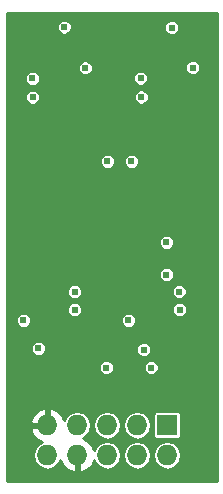
<source format=gbl>
G04 #@! TF.FileFunction,Copper,L4,Bot,Signal*
%FSLAX46Y46*%
G04 Gerber Fmt 4.6, Leading zero omitted, Abs format (unit mm)*
G04 Created by KiCad (PCBNEW 4.0.4-stable) date 10/28/16 22:46:39*
%MOMM*%
%LPD*%
G01*
G04 APERTURE LIST*
%ADD10C,0.100000*%
%ADD11R,1.727200X1.727200*%
%ADD12O,1.727200X1.727200*%
%ADD13C,0.620000*%
%ADD14C,0.200000*%
%ADD15C,0.254000*%
G04 APERTURE END LIST*
D10*
D11*
X45974000Y-58166000D03*
D12*
X45974000Y-60706000D03*
X43434000Y-58166000D03*
X43434000Y-60706000D03*
X40894000Y-58166000D03*
X40894000Y-60706000D03*
X38354000Y-58166000D03*
X38354000Y-60706000D03*
X35814000Y-58166000D03*
X35814000Y-60706000D03*
D13*
X38125400Y-46871609D03*
X42676391Y-49276000D03*
X48133000Y-27889200D03*
X40894000Y-35814000D03*
X46355000Y-24511000D03*
X34544000Y-28803600D03*
X34569400Y-30380564D03*
X43986403Y-51764283D03*
X38125400Y-48393207D03*
X35604378Y-49199870D03*
X35306000Y-25932990D03*
X42672000Y-56642000D03*
X32766000Y-55118000D03*
X46278800Y-35991800D03*
X38267200Y-35763200D03*
X40335200Y-38912800D03*
X38989000Y-31369000D03*
X48133000Y-31318200D03*
X46355000Y-27940000D03*
X42926000Y-26339800D03*
X44450000Y-25882600D03*
X37211000Y-27940000D03*
X33807400Y-26289000D03*
X42672000Y-46024800D03*
X44500800Y-49199800D03*
X46253400Y-51257200D03*
X47752000Y-50952400D03*
X33782000Y-45923200D03*
X37363400Y-51257200D03*
X38862000Y-50876200D03*
X43713400Y-28778200D03*
X42926000Y-35814000D03*
X43764200Y-30378400D03*
X37236400Y-24460200D03*
X39014400Y-27914600D03*
X46964600Y-46863000D03*
X47015400Y-48387000D03*
X35052000Y-51663600D03*
X33782000Y-49276000D03*
X45897800Y-45415200D03*
X45897800Y-42672000D03*
X40792400Y-53289200D03*
X44597601Y-53293999D03*
D14*
X42672000Y-46304200D02*
X42672000Y-45720000D01*
D15*
G36*
X50165000Y-62865000D02*
X32385000Y-62865000D01*
X32385000Y-58525027D01*
X34359032Y-58525027D01*
X34607179Y-59054490D01*
X35039053Y-59448688D01*
X35361240Y-59582134D01*
X35358377Y-59582704D01*
X34972119Y-59840794D01*
X34714029Y-60227052D01*
X34623400Y-60682675D01*
X34623400Y-60729325D01*
X34714029Y-61184948D01*
X34972119Y-61571206D01*
X35358377Y-61829296D01*
X35814000Y-61919925D01*
X36269623Y-61829296D01*
X36655881Y-61571206D01*
X36913971Y-61184948D01*
X36926266Y-61123136D01*
X37147179Y-61594490D01*
X37579053Y-61988688D01*
X37994974Y-62160958D01*
X38227000Y-62039817D01*
X38227000Y-60833000D01*
X38207000Y-60833000D01*
X38207000Y-60579000D01*
X38227000Y-60579000D01*
X38227000Y-60559000D01*
X38481000Y-60559000D01*
X38481000Y-60579000D01*
X38501000Y-60579000D01*
X38501000Y-60833000D01*
X38481000Y-60833000D01*
X38481000Y-62039817D01*
X38713026Y-62160958D01*
X39128947Y-61988688D01*
X39560821Y-61594490D01*
X39781734Y-61123136D01*
X39794029Y-61184948D01*
X40052119Y-61571206D01*
X40438377Y-61829296D01*
X40894000Y-61919925D01*
X41349623Y-61829296D01*
X41735881Y-61571206D01*
X41993971Y-61184948D01*
X42084600Y-60729325D01*
X42084600Y-60682675D01*
X42243400Y-60682675D01*
X42243400Y-60729325D01*
X42334029Y-61184948D01*
X42592119Y-61571206D01*
X42978377Y-61829296D01*
X43434000Y-61919925D01*
X43889623Y-61829296D01*
X44275881Y-61571206D01*
X44533971Y-61184948D01*
X44624600Y-60729325D01*
X44624600Y-60682675D01*
X44783400Y-60682675D01*
X44783400Y-60729325D01*
X44874029Y-61184948D01*
X45132119Y-61571206D01*
X45518377Y-61829296D01*
X45974000Y-61919925D01*
X46429623Y-61829296D01*
X46815881Y-61571206D01*
X47073971Y-61184948D01*
X47164600Y-60729325D01*
X47164600Y-60682675D01*
X47073971Y-60227052D01*
X46815881Y-59840794D01*
X46429623Y-59582704D01*
X45974000Y-59492075D01*
X45518377Y-59582704D01*
X45132119Y-59840794D01*
X44874029Y-60227052D01*
X44783400Y-60682675D01*
X44624600Y-60682675D01*
X44533971Y-60227052D01*
X44275881Y-59840794D01*
X43889623Y-59582704D01*
X43434000Y-59492075D01*
X42978377Y-59582704D01*
X42592119Y-59840794D01*
X42334029Y-60227052D01*
X42243400Y-60682675D01*
X42084600Y-60682675D01*
X41993971Y-60227052D01*
X41735881Y-59840794D01*
X41349623Y-59582704D01*
X40894000Y-59492075D01*
X40438377Y-59582704D01*
X40052119Y-59840794D01*
X39794029Y-60227052D01*
X39781734Y-60288864D01*
X39560821Y-59817510D01*
X39128947Y-59423312D01*
X38806760Y-59289866D01*
X38809623Y-59289296D01*
X39195881Y-59031206D01*
X39453971Y-58644948D01*
X39544600Y-58189325D01*
X39544600Y-58142675D01*
X39703400Y-58142675D01*
X39703400Y-58189325D01*
X39794029Y-58644948D01*
X40052119Y-59031206D01*
X40438377Y-59289296D01*
X40894000Y-59379925D01*
X41349623Y-59289296D01*
X41735881Y-59031206D01*
X41993971Y-58644948D01*
X42084600Y-58189325D01*
X42084600Y-58142675D01*
X42243400Y-58142675D01*
X42243400Y-58189325D01*
X42334029Y-58644948D01*
X42592119Y-59031206D01*
X42978377Y-59289296D01*
X43434000Y-59379925D01*
X43889623Y-59289296D01*
X44275881Y-59031206D01*
X44533971Y-58644948D01*
X44624600Y-58189325D01*
X44624600Y-58142675D01*
X44533971Y-57687052D01*
X44276955Y-57302400D01*
X44776994Y-57302400D01*
X44776994Y-59029600D01*
X44799795Y-59150779D01*
X44871412Y-59262074D01*
X44980686Y-59336738D01*
X45110400Y-59363006D01*
X46837600Y-59363006D01*
X46958779Y-59340205D01*
X47070074Y-59268588D01*
X47144738Y-59159314D01*
X47171006Y-59029600D01*
X47171006Y-57302400D01*
X47148205Y-57181221D01*
X47076588Y-57069926D01*
X46967314Y-56995262D01*
X46837600Y-56968994D01*
X45110400Y-56968994D01*
X44989221Y-56991795D01*
X44877926Y-57063412D01*
X44803262Y-57172686D01*
X44776994Y-57302400D01*
X44276955Y-57302400D01*
X44275881Y-57300794D01*
X43889623Y-57042704D01*
X43434000Y-56952075D01*
X42978377Y-57042704D01*
X42592119Y-57300794D01*
X42334029Y-57687052D01*
X42243400Y-58142675D01*
X42084600Y-58142675D01*
X41993971Y-57687052D01*
X41735881Y-57300794D01*
X41349623Y-57042704D01*
X40894000Y-56952075D01*
X40438377Y-57042704D01*
X40052119Y-57300794D01*
X39794029Y-57687052D01*
X39703400Y-58142675D01*
X39544600Y-58142675D01*
X39453971Y-57687052D01*
X39195881Y-57300794D01*
X38809623Y-57042704D01*
X38354000Y-56952075D01*
X37898377Y-57042704D01*
X37512119Y-57300794D01*
X37254029Y-57687052D01*
X37241734Y-57748864D01*
X37020821Y-57277510D01*
X36588947Y-56883312D01*
X36173026Y-56711042D01*
X35941000Y-56832183D01*
X35941000Y-58039000D01*
X35961000Y-58039000D01*
X35961000Y-58293000D01*
X35941000Y-58293000D01*
X35941000Y-58313000D01*
X35687000Y-58313000D01*
X35687000Y-58293000D01*
X34479531Y-58293000D01*
X34359032Y-58525027D01*
X32385000Y-58525027D01*
X32385000Y-57806973D01*
X34359032Y-57806973D01*
X34479531Y-58039000D01*
X35687000Y-58039000D01*
X35687000Y-56832183D01*
X35454974Y-56711042D01*
X35039053Y-56883312D01*
X34607179Y-57277510D01*
X34359032Y-57806973D01*
X32385000Y-57806973D01*
X32385000Y-53415351D01*
X40155289Y-53415351D01*
X40252062Y-53649560D01*
X40431097Y-53828908D01*
X40665137Y-53926090D01*
X40918551Y-53926311D01*
X41152760Y-53829538D01*
X41332108Y-53650503D01*
X41427759Y-53420150D01*
X43960490Y-53420150D01*
X44057263Y-53654359D01*
X44236298Y-53833707D01*
X44470338Y-53930889D01*
X44723752Y-53931110D01*
X44957961Y-53834337D01*
X45137309Y-53655302D01*
X45234491Y-53421262D01*
X45234712Y-53167848D01*
X45137939Y-52933639D01*
X44958904Y-52754291D01*
X44724864Y-52657109D01*
X44471450Y-52656888D01*
X44237241Y-52753661D01*
X44057893Y-52932696D01*
X43960711Y-53166736D01*
X43960490Y-53420150D01*
X41427759Y-53420150D01*
X41429290Y-53416463D01*
X41429511Y-53163049D01*
X41332738Y-52928840D01*
X41153703Y-52749492D01*
X40919663Y-52652310D01*
X40666249Y-52652089D01*
X40432040Y-52748862D01*
X40252692Y-52927897D01*
X40155510Y-53161937D01*
X40155289Y-53415351D01*
X32385000Y-53415351D01*
X32385000Y-51789751D01*
X34414889Y-51789751D01*
X34511662Y-52023960D01*
X34690697Y-52203308D01*
X34924737Y-52300490D01*
X35178151Y-52300711D01*
X35412360Y-52203938D01*
X35591708Y-52024903D01*
X35647544Y-51890434D01*
X43349292Y-51890434D01*
X43446065Y-52124643D01*
X43625100Y-52303991D01*
X43859140Y-52401173D01*
X44112554Y-52401394D01*
X44346763Y-52304621D01*
X44526111Y-52125586D01*
X44623293Y-51891546D01*
X44623514Y-51638132D01*
X44526741Y-51403923D01*
X44347706Y-51224575D01*
X44113666Y-51127393D01*
X43860252Y-51127172D01*
X43626043Y-51223945D01*
X43446695Y-51402980D01*
X43349513Y-51637020D01*
X43349292Y-51890434D01*
X35647544Y-51890434D01*
X35688890Y-51790863D01*
X35689111Y-51537449D01*
X35592338Y-51303240D01*
X35413303Y-51123892D01*
X35179263Y-51026710D01*
X34925849Y-51026489D01*
X34691640Y-51123262D01*
X34512292Y-51302297D01*
X34415110Y-51536337D01*
X34414889Y-51789751D01*
X32385000Y-51789751D01*
X32385000Y-49402151D01*
X33144889Y-49402151D01*
X33241662Y-49636360D01*
X33420697Y-49815708D01*
X33654737Y-49912890D01*
X33908151Y-49913111D01*
X34142360Y-49816338D01*
X34321708Y-49637303D01*
X34418890Y-49403263D01*
X34418890Y-49402151D01*
X42039280Y-49402151D01*
X42136053Y-49636360D01*
X42315088Y-49815708D01*
X42549128Y-49912890D01*
X42802542Y-49913111D01*
X43036751Y-49816338D01*
X43216099Y-49637303D01*
X43313281Y-49403263D01*
X43313502Y-49149849D01*
X43216729Y-48915640D01*
X43037694Y-48736292D01*
X42803654Y-48639110D01*
X42550240Y-48638889D01*
X42316031Y-48735662D01*
X42136683Y-48914697D01*
X42039501Y-49148737D01*
X42039280Y-49402151D01*
X34418890Y-49402151D01*
X34419111Y-49149849D01*
X34322338Y-48915640D01*
X34143303Y-48736292D01*
X33909263Y-48639110D01*
X33655849Y-48638889D01*
X33421640Y-48735662D01*
X33242292Y-48914697D01*
X33145110Y-49148737D01*
X33144889Y-49402151D01*
X32385000Y-49402151D01*
X32385000Y-48519358D01*
X37488289Y-48519358D01*
X37585062Y-48753567D01*
X37764097Y-48932915D01*
X37998137Y-49030097D01*
X38251551Y-49030318D01*
X38485760Y-48933545D01*
X38665108Y-48754510D01*
X38762290Y-48520470D01*
X38762296Y-48513151D01*
X46378289Y-48513151D01*
X46475062Y-48747360D01*
X46654097Y-48926708D01*
X46888137Y-49023890D01*
X47141551Y-49024111D01*
X47375760Y-48927338D01*
X47555108Y-48748303D01*
X47652290Y-48514263D01*
X47652511Y-48260849D01*
X47555738Y-48026640D01*
X47376703Y-47847292D01*
X47142663Y-47750110D01*
X46889249Y-47749889D01*
X46655040Y-47846662D01*
X46475692Y-48025697D01*
X46378510Y-48259737D01*
X46378289Y-48513151D01*
X38762296Y-48513151D01*
X38762511Y-48267056D01*
X38665738Y-48032847D01*
X38486703Y-47853499D01*
X38252663Y-47756317D01*
X37999249Y-47756096D01*
X37765040Y-47852869D01*
X37585692Y-48031904D01*
X37488510Y-48265944D01*
X37488289Y-48519358D01*
X32385000Y-48519358D01*
X32385000Y-46997760D01*
X37488289Y-46997760D01*
X37585062Y-47231969D01*
X37764097Y-47411317D01*
X37998137Y-47508499D01*
X38251551Y-47508720D01*
X38485760Y-47411947D01*
X38665108Y-47232912D01*
X38762290Y-46998872D01*
X38762298Y-46989151D01*
X46327489Y-46989151D01*
X46424262Y-47223360D01*
X46603297Y-47402708D01*
X46837337Y-47499890D01*
X47090751Y-47500111D01*
X47324960Y-47403338D01*
X47504308Y-47224303D01*
X47601490Y-46990263D01*
X47601711Y-46736849D01*
X47504938Y-46502640D01*
X47325903Y-46323292D01*
X47091863Y-46226110D01*
X46838449Y-46225889D01*
X46604240Y-46322662D01*
X46424892Y-46501697D01*
X46327710Y-46735737D01*
X46327489Y-46989151D01*
X38762298Y-46989151D01*
X38762511Y-46745458D01*
X38665738Y-46511249D01*
X38486703Y-46331901D01*
X38252663Y-46234719D01*
X37999249Y-46234498D01*
X37765040Y-46331271D01*
X37585692Y-46510306D01*
X37488510Y-46744346D01*
X37488289Y-46997760D01*
X32385000Y-46997760D01*
X32385000Y-45541351D01*
X45260689Y-45541351D01*
X45357462Y-45775560D01*
X45536497Y-45954908D01*
X45770537Y-46052090D01*
X46023951Y-46052311D01*
X46258160Y-45955538D01*
X46437508Y-45776503D01*
X46534690Y-45542463D01*
X46534911Y-45289049D01*
X46438138Y-45054840D01*
X46259103Y-44875492D01*
X46025063Y-44778310D01*
X45771649Y-44778089D01*
X45537440Y-44874862D01*
X45358092Y-45053897D01*
X45260910Y-45287937D01*
X45260689Y-45541351D01*
X32385000Y-45541351D01*
X32385000Y-42798151D01*
X45260689Y-42798151D01*
X45357462Y-43032360D01*
X45536497Y-43211708D01*
X45770537Y-43308890D01*
X46023951Y-43309111D01*
X46258160Y-43212338D01*
X46437508Y-43033303D01*
X46534690Y-42799263D01*
X46534911Y-42545849D01*
X46438138Y-42311640D01*
X46259103Y-42132292D01*
X46025063Y-42035110D01*
X45771649Y-42034889D01*
X45537440Y-42131662D01*
X45358092Y-42310697D01*
X45260910Y-42544737D01*
X45260689Y-42798151D01*
X32385000Y-42798151D01*
X32385000Y-35940151D01*
X40256889Y-35940151D01*
X40353662Y-36174360D01*
X40532697Y-36353708D01*
X40766737Y-36450890D01*
X41020151Y-36451111D01*
X41254360Y-36354338D01*
X41433708Y-36175303D01*
X41530890Y-35941263D01*
X41530890Y-35940151D01*
X42288889Y-35940151D01*
X42385662Y-36174360D01*
X42564697Y-36353708D01*
X42798737Y-36450890D01*
X43052151Y-36451111D01*
X43286360Y-36354338D01*
X43465708Y-36175303D01*
X43562890Y-35941263D01*
X43563111Y-35687849D01*
X43466338Y-35453640D01*
X43287303Y-35274292D01*
X43053263Y-35177110D01*
X42799849Y-35176889D01*
X42565640Y-35273662D01*
X42386292Y-35452697D01*
X42289110Y-35686737D01*
X42288889Y-35940151D01*
X41530890Y-35940151D01*
X41531111Y-35687849D01*
X41434338Y-35453640D01*
X41255303Y-35274292D01*
X41021263Y-35177110D01*
X40767849Y-35176889D01*
X40533640Y-35273662D01*
X40354292Y-35452697D01*
X40257110Y-35686737D01*
X40256889Y-35940151D01*
X32385000Y-35940151D01*
X32385000Y-30506715D01*
X33932289Y-30506715D01*
X34029062Y-30740924D01*
X34208097Y-30920272D01*
X34442137Y-31017454D01*
X34695551Y-31017675D01*
X34929760Y-30920902D01*
X35109108Y-30741867D01*
X35206290Y-30507827D01*
X35206292Y-30504551D01*
X43127089Y-30504551D01*
X43223862Y-30738760D01*
X43402897Y-30918108D01*
X43636937Y-31015290D01*
X43890351Y-31015511D01*
X44124560Y-30918738D01*
X44303908Y-30739703D01*
X44401090Y-30505663D01*
X44401311Y-30252249D01*
X44304538Y-30018040D01*
X44125503Y-29838692D01*
X43891463Y-29741510D01*
X43638049Y-29741289D01*
X43403840Y-29838062D01*
X43224492Y-30017097D01*
X43127310Y-30251137D01*
X43127089Y-30504551D01*
X35206292Y-30504551D01*
X35206511Y-30254413D01*
X35109738Y-30020204D01*
X34930703Y-29840856D01*
X34696663Y-29743674D01*
X34443249Y-29743453D01*
X34209040Y-29840226D01*
X34029692Y-30019261D01*
X33932510Y-30253301D01*
X33932289Y-30506715D01*
X32385000Y-30506715D01*
X32385000Y-28929751D01*
X33906889Y-28929751D01*
X34003662Y-29163960D01*
X34182697Y-29343308D01*
X34416737Y-29440490D01*
X34670151Y-29440711D01*
X34904360Y-29343938D01*
X35083708Y-29164903D01*
X35180890Y-28930863D01*
X35180913Y-28904351D01*
X43076289Y-28904351D01*
X43173062Y-29138560D01*
X43352097Y-29317908D01*
X43586137Y-29415090D01*
X43839551Y-29415311D01*
X44073760Y-29318538D01*
X44253108Y-29139503D01*
X44350290Y-28905463D01*
X44350511Y-28652049D01*
X44253738Y-28417840D01*
X44074703Y-28238492D01*
X43840663Y-28141310D01*
X43587249Y-28141089D01*
X43353040Y-28237862D01*
X43173692Y-28416897D01*
X43076510Y-28650937D01*
X43076289Y-28904351D01*
X35180913Y-28904351D01*
X35181111Y-28677449D01*
X35084338Y-28443240D01*
X34905303Y-28263892D01*
X34671263Y-28166710D01*
X34417849Y-28166489D01*
X34183640Y-28263262D01*
X34004292Y-28442297D01*
X33907110Y-28676337D01*
X33906889Y-28929751D01*
X32385000Y-28929751D01*
X32385000Y-28040751D01*
X38377289Y-28040751D01*
X38474062Y-28274960D01*
X38653097Y-28454308D01*
X38887137Y-28551490D01*
X39140551Y-28551711D01*
X39374760Y-28454938D01*
X39554108Y-28275903D01*
X39651290Y-28041863D01*
X39651313Y-28015351D01*
X47495889Y-28015351D01*
X47592662Y-28249560D01*
X47771697Y-28428908D01*
X48005737Y-28526090D01*
X48259151Y-28526311D01*
X48493360Y-28429538D01*
X48672708Y-28250503D01*
X48769890Y-28016463D01*
X48770111Y-27763049D01*
X48673338Y-27528840D01*
X48494303Y-27349492D01*
X48260263Y-27252310D01*
X48006849Y-27252089D01*
X47772640Y-27348862D01*
X47593292Y-27527897D01*
X47496110Y-27761937D01*
X47495889Y-28015351D01*
X39651313Y-28015351D01*
X39651511Y-27788449D01*
X39554738Y-27554240D01*
X39375703Y-27374892D01*
X39141663Y-27277710D01*
X38888249Y-27277489D01*
X38654040Y-27374262D01*
X38474692Y-27553297D01*
X38377510Y-27787337D01*
X38377289Y-28040751D01*
X32385000Y-28040751D01*
X32385000Y-24586351D01*
X36599289Y-24586351D01*
X36696062Y-24820560D01*
X36875097Y-24999908D01*
X37109137Y-25097090D01*
X37362551Y-25097311D01*
X37596760Y-25000538D01*
X37776108Y-24821503D01*
X37852657Y-24637151D01*
X45717889Y-24637151D01*
X45814662Y-24871360D01*
X45993697Y-25050708D01*
X46227737Y-25147890D01*
X46481151Y-25148111D01*
X46715360Y-25051338D01*
X46894708Y-24872303D01*
X46991890Y-24638263D01*
X46992111Y-24384849D01*
X46895338Y-24150640D01*
X46716303Y-23971292D01*
X46482263Y-23874110D01*
X46228849Y-23873889D01*
X45994640Y-23970662D01*
X45815292Y-24149697D01*
X45718110Y-24383737D01*
X45717889Y-24637151D01*
X37852657Y-24637151D01*
X37873290Y-24587463D01*
X37873511Y-24334049D01*
X37776738Y-24099840D01*
X37597703Y-23920492D01*
X37363663Y-23823310D01*
X37110249Y-23823089D01*
X36876040Y-23919862D01*
X36696692Y-24098897D01*
X36599510Y-24332937D01*
X36599289Y-24586351D01*
X32385000Y-24586351D01*
X32385000Y-23241000D01*
X50165000Y-23241000D01*
X50165000Y-62865000D01*
X50165000Y-62865000D01*
G37*
X50165000Y-62865000D02*
X32385000Y-62865000D01*
X32385000Y-58525027D01*
X34359032Y-58525027D01*
X34607179Y-59054490D01*
X35039053Y-59448688D01*
X35361240Y-59582134D01*
X35358377Y-59582704D01*
X34972119Y-59840794D01*
X34714029Y-60227052D01*
X34623400Y-60682675D01*
X34623400Y-60729325D01*
X34714029Y-61184948D01*
X34972119Y-61571206D01*
X35358377Y-61829296D01*
X35814000Y-61919925D01*
X36269623Y-61829296D01*
X36655881Y-61571206D01*
X36913971Y-61184948D01*
X36926266Y-61123136D01*
X37147179Y-61594490D01*
X37579053Y-61988688D01*
X37994974Y-62160958D01*
X38227000Y-62039817D01*
X38227000Y-60833000D01*
X38207000Y-60833000D01*
X38207000Y-60579000D01*
X38227000Y-60579000D01*
X38227000Y-60559000D01*
X38481000Y-60559000D01*
X38481000Y-60579000D01*
X38501000Y-60579000D01*
X38501000Y-60833000D01*
X38481000Y-60833000D01*
X38481000Y-62039817D01*
X38713026Y-62160958D01*
X39128947Y-61988688D01*
X39560821Y-61594490D01*
X39781734Y-61123136D01*
X39794029Y-61184948D01*
X40052119Y-61571206D01*
X40438377Y-61829296D01*
X40894000Y-61919925D01*
X41349623Y-61829296D01*
X41735881Y-61571206D01*
X41993971Y-61184948D01*
X42084600Y-60729325D01*
X42084600Y-60682675D01*
X42243400Y-60682675D01*
X42243400Y-60729325D01*
X42334029Y-61184948D01*
X42592119Y-61571206D01*
X42978377Y-61829296D01*
X43434000Y-61919925D01*
X43889623Y-61829296D01*
X44275881Y-61571206D01*
X44533971Y-61184948D01*
X44624600Y-60729325D01*
X44624600Y-60682675D01*
X44783400Y-60682675D01*
X44783400Y-60729325D01*
X44874029Y-61184948D01*
X45132119Y-61571206D01*
X45518377Y-61829296D01*
X45974000Y-61919925D01*
X46429623Y-61829296D01*
X46815881Y-61571206D01*
X47073971Y-61184948D01*
X47164600Y-60729325D01*
X47164600Y-60682675D01*
X47073971Y-60227052D01*
X46815881Y-59840794D01*
X46429623Y-59582704D01*
X45974000Y-59492075D01*
X45518377Y-59582704D01*
X45132119Y-59840794D01*
X44874029Y-60227052D01*
X44783400Y-60682675D01*
X44624600Y-60682675D01*
X44533971Y-60227052D01*
X44275881Y-59840794D01*
X43889623Y-59582704D01*
X43434000Y-59492075D01*
X42978377Y-59582704D01*
X42592119Y-59840794D01*
X42334029Y-60227052D01*
X42243400Y-60682675D01*
X42084600Y-60682675D01*
X41993971Y-60227052D01*
X41735881Y-59840794D01*
X41349623Y-59582704D01*
X40894000Y-59492075D01*
X40438377Y-59582704D01*
X40052119Y-59840794D01*
X39794029Y-60227052D01*
X39781734Y-60288864D01*
X39560821Y-59817510D01*
X39128947Y-59423312D01*
X38806760Y-59289866D01*
X38809623Y-59289296D01*
X39195881Y-59031206D01*
X39453971Y-58644948D01*
X39544600Y-58189325D01*
X39544600Y-58142675D01*
X39703400Y-58142675D01*
X39703400Y-58189325D01*
X39794029Y-58644948D01*
X40052119Y-59031206D01*
X40438377Y-59289296D01*
X40894000Y-59379925D01*
X41349623Y-59289296D01*
X41735881Y-59031206D01*
X41993971Y-58644948D01*
X42084600Y-58189325D01*
X42084600Y-58142675D01*
X42243400Y-58142675D01*
X42243400Y-58189325D01*
X42334029Y-58644948D01*
X42592119Y-59031206D01*
X42978377Y-59289296D01*
X43434000Y-59379925D01*
X43889623Y-59289296D01*
X44275881Y-59031206D01*
X44533971Y-58644948D01*
X44624600Y-58189325D01*
X44624600Y-58142675D01*
X44533971Y-57687052D01*
X44276955Y-57302400D01*
X44776994Y-57302400D01*
X44776994Y-59029600D01*
X44799795Y-59150779D01*
X44871412Y-59262074D01*
X44980686Y-59336738D01*
X45110400Y-59363006D01*
X46837600Y-59363006D01*
X46958779Y-59340205D01*
X47070074Y-59268588D01*
X47144738Y-59159314D01*
X47171006Y-59029600D01*
X47171006Y-57302400D01*
X47148205Y-57181221D01*
X47076588Y-57069926D01*
X46967314Y-56995262D01*
X46837600Y-56968994D01*
X45110400Y-56968994D01*
X44989221Y-56991795D01*
X44877926Y-57063412D01*
X44803262Y-57172686D01*
X44776994Y-57302400D01*
X44276955Y-57302400D01*
X44275881Y-57300794D01*
X43889623Y-57042704D01*
X43434000Y-56952075D01*
X42978377Y-57042704D01*
X42592119Y-57300794D01*
X42334029Y-57687052D01*
X42243400Y-58142675D01*
X42084600Y-58142675D01*
X41993971Y-57687052D01*
X41735881Y-57300794D01*
X41349623Y-57042704D01*
X40894000Y-56952075D01*
X40438377Y-57042704D01*
X40052119Y-57300794D01*
X39794029Y-57687052D01*
X39703400Y-58142675D01*
X39544600Y-58142675D01*
X39453971Y-57687052D01*
X39195881Y-57300794D01*
X38809623Y-57042704D01*
X38354000Y-56952075D01*
X37898377Y-57042704D01*
X37512119Y-57300794D01*
X37254029Y-57687052D01*
X37241734Y-57748864D01*
X37020821Y-57277510D01*
X36588947Y-56883312D01*
X36173026Y-56711042D01*
X35941000Y-56832183D01*
X35941000Y-58039000D01*
X35961000Y-58039000D01*
X35961000Y-58293000D01*
X35941000Y-58293000D01*
X35941000Y-58313000D01*
X35687000Y-58313000D01*
X35687000Y-58293000D01*
X34479531Y-58293000D01*
X34359032Y-58525027D01*
X32385000Y-58525027D01*
X32385000Y-57806973D01*
X34359032Y-57806973D01*
X34479531Y-58039000D01*
X35687000Y-58039000D01*
X35687000Y-56832183D01*
X35454974Y-56711042D01*
X35039053Y-56883312D01*
X34607179Y-57277510D01*
X34359032Y-57806973D01*
X32385000Y-57806973D01*
X32385000Y-53415351D01*
X40155289Y-53415351D01*
X40252062Y-53649560D01*
X40431097Y-53828908D01*
X40665137Y-53926090D01*
X40918551Y-53926311D01*
X41152760Y-53829538D01*
X41332108Y-53650503D01*
X41427759Y-53420150D01*
X43960490Y-53420150D01*
X44057263Y-53654359D01*
X44236298Y-53833707D01*
X44470338Y-53930889D01*
X44723752Y-53931110D01*
X44957961Y-53834337D01*
X45137309Y-53655302D01*
X45234491Y-53421262D01*
X45234712Y-53167848D01*
X45137939Y-52933639D01*
X44958904Y-52754291D01*
X44724864Y-52657109D01*
X44471450Y-52656888D01*
X44237241Y-52753661D01*
X44057893Y-52932696D01*
X43960711Y-53166736D01*
X43960490Y-53420150D01*
X41427759Y-53420150D01*
X41429290Y-53416463D01*
X41429511Y-53163049D01*
X41332738Y-52928840D01*
X41153703Y-52749492D01*
X40919663Y-52652310D01*
X40666249Y-52652089D01*
X40432040Y-52748862D01*
X40252692Y-52927897D01*
X40155510Y-53161937D01*
X40155289Y-53415351D01*
X32385000Y-53415351D01*
X32385000Y-51789751D01*
X34414889Y-51789751D01*
X34511662Y-52023960D01*
X34690697Y-52203308D01*
X34924737Y-52300490D01*
X35178151Y-52300711D01*
X35412360Y-52203938D01*
X35591708Y-52024903D01*
X35647544Y-51890434D01*
X43349292Y-51890434D01*
X43446065Y-52124643D01*
X43625100Y-52303991D01*
X43859140Y-52401173D01*
X44112554Y-52401394D01*
X44346763Y-52304621D01*
X44526111Y-52125586D01*
X44623293Y-51891546D01*
X44623514Y-51638132D01*
X44526741Y-51403923D01*
X44347706Y-51224575D01*
X44113666Y-51127393D01*
X43860252Y-51127172D01*
X43626043Y-51223945D01*
X43446695Y-51402980D01*
X43349513Y-51637020D01*
X43349292Y-51890434D01*
X35647544Y-51890434D01*
X35688890Y-51790863D01*
X35689111Y-51537449D01*
X35592338Y-51303240D01*
X35413303Y-51123892D01*
X35179263Y-51026710D01*
X34925849Y-51026489D01*
X34691640Y-51123262D01*
X34512292Y-51302297D01*
X34415110Y-51536337D01*
X34414889Y-51789751D01*
X32385000Y-51789751D01*
X32385000Y-49402151D01*
X33144889Y-49402151D01*
X33241662Y-49636360D01*
X33420697Y-49815708D01*
X33654737Y-49912890D01*
X33908151Y-49913111D01*
X34142360Y-49816338D01*
X34321708Y-49637303D01*
X34418890Y-49403263D01*
X34418890Y-49402151D01*
X42039280Y-49402151D01*
X42136053Y-49636360D01*
X42315088Y-49815708D01*
X42549128Y-49912890D01*
X42802542Y-49913111D01*
X43036751Y-49816338D01*
X43216099Y-49637303D01*
X43313281Y-49403263D01*
X43313502Y-49149849D01*
X43216729Y-48915640D01*
X43037694Y-48736292D01*
X42803654Y-48639110D01*
X42550240Y-48638889D01*
X42316031Y-48735662D01*
X42136683Y-48914697D01*
X42039501Y-49148737D01*
X42039280Y-49402151D01*
X34418890Y-49402151D01*
X34419111Y-49149849D01*
X34322338Y-48915640D01*
X34143303Y-48736292D01*
X33909263Y-48639110D01*
X33655849Y-48638889D01*
X33421640Y-48735662D01*
X33242292Y-48914697D01*
X33145110Y-49148737D01*
X33144889Y-49402151D01*
X32385000Y-49402151D01*
X32385000Y-48519358D01*
X37488289Y-48519358D01*
X37585062Y-48753567D01*
X37764097Y-48932915D01*
X37998137Y-49030097D01*
X38251551Y-49030318D01*
X38485760Y-48933545D01*
X38665108Y-48754510D01*
X38762290Y-48520470D01*
X38762296Y-48513151D01*
X46378289Y-48513151D01*
X46475062Y-48747360D01*
X46654097Y-48926708D01*
X46888137Y-49023890D01*
X47141551Y-49024111D01*
X47375760Y-48927338D01*
X47555108Y-48748303D01*
X47652290Y-48514263D01*
X47652511Y-48260849D01*
X47555738Y-48026640D01*
X47376703Y-47847292D01*
X47142663Y-47750110D01*
X46889249Y-47749889D01*
X46655040Y-47846662D01*
X46475692Y-48025697D01*
X46378510Y-48259737D01*
X46378289Y-48513151D01*
X38762296Y-48513151D01*
X38762511Y-48267056D01*
X38665738Y-48032847D01*
X38486703Y-47853499D01*
X38252663Y-47756317D01*
X37999249Y-47756096D01*
X37765040Y-47852869D01*
X37585692Y-48031904D01*
X37488510Y-48265944D01*
X37488289Y-48519358D01*
X32385000Y-48519358D01*
X32385000Y-46997760D01*
X37488289Y-46997760D01*
X37585062Y-47231969D01*
X37764097Y-47411317D01*
X37998137Y-47508499D01*
X38251551Y-47508720D01*
X38485760Y-47411947D01*
X38665108Y-47232912D01*
X38762290Y-46998872D01*
X38762298Y-46989151D01*
X46327489Y-46989151D01*
X46424262Y-47223360D01*
X46603297Y-47402708D01*
X46837337Y-47499890D01*
X47090751Y-47500111D01*
X47324960Y-47403338D01*
X47504308Y-47224303D01*
X47601490Y-46990263D01*
X47601711Y-46736849D01*
X47504938Y-46502640D01*
X47325903Y-46323292D01*
X47091863Y-46226110D01*
X46838449Y-46225889D01*
X46604240Y-46322662D01*
X46424892Y-46501697D01*
X46327710Y-46735737D01*
X46327489Y-46989151D01*
X38762298Y-46989151D01*
X38762511Y-46745458D01*
X38665738Y-46511249D01*
X38486703Y-46331901D01*
X38252663Y-46234719D01*
X37999249Y-46234498D01*
X37765040Y-46331271D01*
X37585692Y-46510306D01*
X37488510Y-46744346D01*
X37488289Y-46997760D01*
X32385000Y-46997760D01*
X32385000Y-45541351D01*
X45260689Y-45541351D01*
X45357462Y-45775560D01*
X45536497Y-45954908D01*
X45770537Y-46052090D01*
X46023951Y-46052311D01*
X46258160Y-45955538D01*
X46437508Y-45776503D01*
X46534690Y-45542463D01*
X46534911Y-45289049D01*
X46438138Y-45054840D01*
X46259103Y-44875492D01*
X46025063Y-44778310D01*
X45771649Y-44778089D01*
X45537440Y-44874862D01*
X45358092Y-45053897D01*
X45260910Y-45287937D01*
X45260689Y-45541351D01*
X32385000Y-45541351D01*
X32385000Y-42798151D01*
X45260689Y-42798151D01*
X45357462Y-43032360D01*
X45536497Y-43211708D01*
X45770537Y-43308890D01*
X46023951Y-43309111D01*
X46258160Y-43212338D01*
X46437508Y-43033303D01*
X46534690Y-42799263D01*
X46534911Y-42545849D01*
X46438138Y-42311640D01*
X46259103Y-42132292D01*
X46025063Y-42035110D01*
X45771649Y-42034889D01*
X45537440Y-42131662D01*
X45358092Y-42310697D01*
X45260910Y-42544737D01*
X45260689Y-42798151D01*
X32385000Y-42798151D01*
X32385000Y-35940151D01*
X40256889Y-35940151D01*
X40353662Y-36174360D01*
X40532697Y-36353708D01*
X40766737Y-36450890D01*
X41020151Y-36451111D01*
X41254360Y-36354338D01*
X41433708Y-36175303D01*
X41530890Y-35941263D01*
X41530890Y-35940151D01*
X42288889Y-35940151D01*
X42385662Y-36174360D01*
X42564697Y-36353708D01*
X42798737Y-36450890D01*
X43052151Y-36451111D01*
X43286360Y-36354338D01*
X43465708Y-36175303D01*
X43562890Y-35941263D01*
X43563111Y-35687849D01*
X43466338Y-35453640D01*
X43287303Y-35274292D01*
X43053263Y-35177110D01*
X42799849Y-35176889D01*
X42565640Y-35273662D01*
X42386292Y-35452697D01*
X42289110Y-35686737D01*
X42288889Y-35940151D01*
X41530890Y-35940151D01*
X41531111Y-35687849D01*
X41434338Y-35453640D01*
X41255303Y-35274292D01*
X41021263Y-35177110D01*
X40767849Y-35176889D01*
X40533640Y-35273662D01*
X40354292Y-35452697D01*
X40257110Y-35686737D01*
X40256889Y-35940151D01*
X32385000Y-35940151D01*
X32385000Y-30506715D01*
X33932289Y-30506715D01*
X34029062Y-30740924D01*
X34208097Y-30920272D01*
X34442137Y-31017454D01*
X34695551Y-31017675D01*
X34929760Y-30920902D01*
X35109108Y-30741867D01*
X35206290Y-30507827D01*
X35206292Y-30504551D01*
X43127089Y-30504551D01*
X43223862Y-30738760D01*
X43402897Y-30918108D01*
X43636937Y-31015290D01*
X43890351Y-31015511D01*
X44124560Y-30918738D01*
X44303908Y-30739703D01*
X44401090Y-30505663D01*
X44401311Y-30252249D01*
X44304538Y-30018040D01*
X44125503Y-29838692D01*
X43891463Y-29741510D01*
X43638049Y-29741289D01*
X43403840Y-29838062D01*
X43224492Y-30017097D01*
X43127310Y-30251137D01*
X43127089Y-30504551D01*
X35206292Y-30504551D01*
X35206511Y-30254413D01*
X35109738Y-30020204D01*
X34930703Y-29840856D01*
X34696663Y-29743674D01*
X34443249Y-29743453D01*
X34209040Y-29840226D01*
X34029692Y-30019261D01*
X33932510Y-30253301D01*
X33932289Y-30506715D01*
X32385000Y-30506715D01*
X32385000Y-28929751D01*
X33906889Y-28929751D01*
X34003662Y-29163960D01*
X34182697Y-29343308D01*
X34416737Y-29440490D01*
X34670151Y-29440711D01*
X34904360Y-29343938D01*
X35083708Y-29164903D01*
X35180890Y-28930863D01*
X35180913Y-28904351D01*
X43076289Y-28904351D01*
X43173062Y-29138560D01*
X43352097Y-29317908D01*
X43586137Y-29415090D01*
X43839551Y-29415311D01*
X44073760Y-29318538D01*
X44253108Y-29139503D01*
X44350290Y-28905463D01*
X44350511Y-28652049D01*
X44253738Y-28417840D01*
X44074703Y-28238492D01*
X43840663Y-28141310D01*
X43587249Y-28141089D01*
X43353040Y-28237862D01*
X43173692Y-28416897D01*
X43076510Y-28650937D01*
X43076289Y-28904351D01*
X35180913Y-28904351D01*
X35181111Y-28677449D01*
X35084338Y-28443240D01*
X34905303Y-28263892D01*
X34671263Y-28166710D01*
X34417849Y-28166489D01*
X34183640Y-28263262D01*
X34004292Y-28442297D01*
X33907110Y-28676337D01*
X33906889Y-28929751D01*
X32385000Y-28929751D01*
X32385000Y-28040751D01*
X38377289Y-28040751D01*
X38474062Y-28274960D01*
X38653097Y-28454308D01*
X38887137Y-28551490D01*
X39140551Y-28551711D01*
X39374760Y-28454938D01*
X39554108Y-28275903D01*
X39651290Y-28041863D01*
X39651313Y-28015351D01*
X47495889Y-28015351D01*
X47592662Y-28249560D01*
X47771697Y-28428908D01*
X48005737Y-28526090D01*
X48259151Y-28526311D01*
X48493360Y-28429538D01*
X48672708Y-28250503D01*
X48769890Y-28016463D01*
X48770111Y-27763049D01*
X48673338Y-27528840D01*
X48494303Y-27349492D01*
X48260263Y-27252310D01*
X48006849Y-27252089D01*
X47772640Y-27348862D01*
X47593292Y-27527897D01*
X47496110Y-27761937D01*
X47495889Y-28015351D01*
X39651313Y-28015351D01*
X39651511Y-27788449D01*
X39554738Y-27554240D01*
X39375703Y-27374892D01*
X39141663Y-27277710D01*
X38888249Y-27277489D01*
X38654040Y-27374262D01*
X38474692Y-27553297D01*
X38377510Y-27787337D01*
X38377289Y-28040751D01*
X32385000Y-28040751D01*
X32385000Y-24586351D01*
X36599289Y-24586351D01*
X36696062Y-24820560D01*
X36875097Y-24999908D01*
X37109137Y-25097090D01*
X37362551Y-25097311D01*
X37596760Y-25000538D01*
X37776108Y-24821503D01*
X37852657Y-24637151D01*
X45717889Y-24637151D01*
X45814662Y-24871360D01*
X45993697Y-25050708D01*
X46227737Y-25147890D01*
X46481151Y-25148111D01*
X46715360Y-25051338D01*
X46894708Y-24872303D01*
X46991890Y-24638263D01*
X46992111Y-24384849D01*
X46895338Y-24150640D01*
X46716303Y-23971292D01*
X46482263Y-23874110D01*
X46228849Y-23873889D01*
X45994640Y-23970662D01*
X45815292Y-24149697D01*
X45718110Y-24383737D01*
X45717889Y-24637151D01*
X37852657Y-24637151D01*
X37873290Y-24587463D01*
X37873511Y-24334049D01*
X37776738Y-24099840D01*
X37597703Y-23920492D01*
X37363663Y-23823310D01*
X37110249Y-23823089D01*
X36876040Y-23919862D01*
X36696692Y-24098897D01*
X36599510Y-24332937D01*
X36599289Y-24586351D01*
X32385000Y-24586351D01*
X32385000Y-23241000D01*
X50165000Y-23241000D01*
X50165000Y-62865000D01*
M02*

</source>
